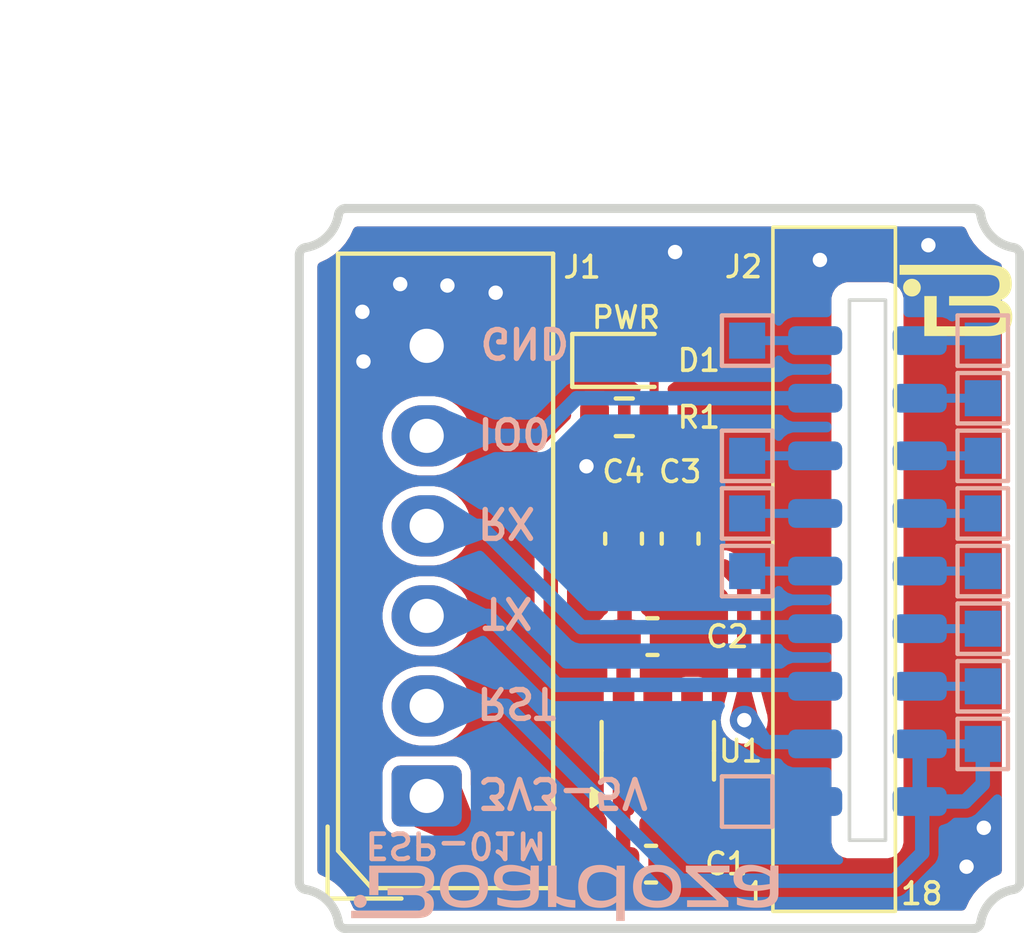
<source format=kicad_pcb>
(kicad_pcb (version 20240108) (generator "pcbnew") (generator_version "8.0")
  (layers (0 "F.Cu" signal) (31 "B.Cu" signal) (34 "B.Paste" user) (35 "F.Paste" user) (36 "B.SilkS" user "B.Silkscreen") (37 "F.SilkS" user "F.Silkscreen") (38 "B.Mask" user) (39 "F.Mask" user) (44 "Edge.Cuts" user))
  (net 0 "")
  (net 1 "GND")
  (net 2 "+5V")
  (net 3 "+3.3V")
  (net 4 "Net-(D1-A)")
  (net 6 "/TX")
  (net 7 "/RX")
  (net 8 "/IO0")
  (net 9 "/IO13")
  (net 10 "/IO15")
  (net 11 "/IO2")
  (net 12 "/EN")
  (net 13 "/IO4")
  (net 14 "/IO9")
  (net 15 "/IO10")
  (net 16 "/IO5")
  (net 17 "/IO12")
  (net 18 "/IO14")
  (net 19 "/ADC")
  (net 20 "/IO16")
  (footprint "ConnectorsBoardoza:2317-06S_1x06_P2.50mm_Vertical" (layer "F.Cu") (at 131.275 92.495 90)
    (property "Reference" "J1")
    (property "Value" "Conn_01x06" (hide yes))
  )
  (footprint "Capacitor_SMD:C_0603_1608Metric" (layer "F.Cu") (at 138.31 85.35 -90)
    (property "Reference" "C3")
    (property "Value" "10uF" (hide yes))
  )
  (footprint "LED_SMD:LED_0603_1608Metric" (layer "F.Cu") (at 136.8 80.4)
    (property "Reference" "D1")
    (property "Value" "RED" (hide yes))
  )
  (footprint "Capacitor_SMD:C_0603_1608Metric" (layer "F.Cu") (at 137.5025 94.39)
    (property "Reference" "C1")
    (property "Value" "1uF" (hide yes))
  )
  (footprint "Resistor_SMD:R_0603_1608Metric" (layer "F.Cu") (at 136.76 81.98)
    (property "Reference" "R1")
    (property "Value" "330R" (hide yes))
  )
  (footprint "Capacitor_SMD:C_0603_1608Metric" (layer "F.Cu") (at 136.74 85.35 -90)
    (property "Reference" "C4")
    (property "Value" "100nF" (hide yes))
  )
  (footprint "Capacitor_SMD:C_0603_1608Metric" (layer "F.Cu") (at 137.5425 88.07)
    (property "Reference" "C2")
    (property "Value" "1uF" (hide yes))
  )
  (footprint "Connector_Samtec_HLE_SMD:Samtec_HLE-109-02-xxx-DV-BE-A_2x09_P2.54mm_Horizontal" (layer "F.Cu") (at 143.135 84.85)
    (property "Reference" "J2")
    (property "Value" "Conn_02x09_Counter_Clockwise" (hide yes))
    (fp_rect (start -0.125 -6.125) (end 0.875 8.875) (stroke (width 0.1)) (fill none) (layer "Edge.Cuts"))
  )
  (footprint "Package_TO_SOT_SMD:SOT-23-5" (layer "F.Cu") (at 137.69 91.24 90)
    (property "Reference" "U1")
    (property "Value" "AP2112K-3.3TRG1" (hide yes))
  )
  (footprint "TestPoint:TestPoint_Pad_1.0x1.0mm" (layer "B.Cu") (at 146.71 87.85 180)
    (property "Reference" "TP10" (hide yes))
    (property "Value" "TestPoint" (hide yes))
  )
  (footprint "TestPoint:TestPoint_Pad_1.0x1.0mm" (layer "B.Cu") (at 146.71 84.65 180)
    (property "Reference" "TP8" (hide yes))
    (property "Value" "TestPoint" (hide yes))
  )
  (footprint "TestPoint:TestPoint_Pad_1.0x1.0mm" (layer "B.Cu") (at 146.71 91.05 180)
    (property "Reference" "TP12" (hide yes))
    (property "Value" "TestPoint" (hide yes))
  )
  (footprint "TestPoint:TestPoint_Pad_1.0x1.0mm" (layer "B.Cu") (at 146.71 81.45 180)
    (property "Reference" "TP6" (hide yes))
    (property "Value" "TestPoint" (hide yes))
  )
  (footprint "TestPoint:TestPoint_Pad_1.0x1.0mm" (layer "B.Cu") (at 146.71 83.05 180)
    (property "Reference" "TP7" (hide yes))
    (property "Value" "TestPoint" (hide yes))
  )
  (footprint "TestPoint:TestPoint_Pad_1.0x1.0mm" (layer "B.Cu") (at 140.17 92.65 180)
    (property "Reference" "TP13" (hide yes))
    (property "Value" "TestPoint" (hide yes))
  )
  (footprint "TestPoint:TestPoint_Pad_1.0x1.0mm" (layer "B.Cu") (at 146.71 89.45 180)
    (property "Reference" "TP11" (hide yes))
    (property "Value" "TestPoint" (hide yes))
  )
  (footprint "TestPoint:TestPoint_Pad_1.0x1.0mm" (layer "B.Cu") (at 146.71 79.85 180)
    (property "Reference" "TP5" (hide yes))
    (property "Value" "TestPoint" (hide yes))
  )
  (footprint "TestPoint:TestPoint_Pad_1.0x1.0mm" (layer "B.Cu") (at 140.17 83.05 180)
    (property "Reference" "TP3" (hide yes))
    (property "Value" "TestPoint" (hide yes))
  )
  (footprint "TestPoint:TestPoint_Pad_1.0x1.0mm" (layer "B.Cu") (at 140.17 86.25 180)
    (property "Reference" "TP1" (hide yes))
    (property "Value" "TestPoint" (hide yes))
  )
  (footprint "TestPoint:TestPoint_Pad_1.0x1.0mm" (layer "B.Cu") (at 140.17 84.65 180)
    (property "Reference" "TP2" (hide yes))
    (property "Value" "TestPoint" (hide yes))
  )
  (footprint "TestPoint:TestPoint_Pad_1.0x1.0mm" (layer "B.Cu") (at 146.71 86.25 180)
    (property "Reference" "TP9" (hide yes))
    (property "Value" "TestPoint" (hide yes))
  )
  (footprint "TestPoint:TestPoint_Pad_1.0x1.0mm" (layer "B.Cu") (at 140.17 79.85 180)
    (property "Reference" "TP4" (hide yes))
    (property "Value" "TestPoint" (hide yes))
  )
  (gr_poly (pts (xy 131.043836 95.888216) (xy 131.096504 95.884528) (xy 131.146141 95.87822) (xy 131.192658 95.869159) (xy 131.235966 95.857216) (xy 131.256389 95.850121) (xy 131.275976 95.842257) (xy 131.294716 95.833605) (xy 131.312598 95.824151) (xy 131.329611 95.813876) (xy 131.345744 95.802766) (xy 131.360985 95.790802) (xy 131.375324 95.77797) (xy 131.388749 95.764252) (xy 131.40125 95.749632) (xy 131.412814 95.734093) (xy 131.423431 95.71762) (xy 131.43309 95.700195) (xy 131.441779 95.681801) (xy 131.449488 95.662424) (xy 131.456206 95.642046) (xy 131.46192 95.62065) (xy 131.46662 95.59822) (xy 131.470296 95.57474) (xy 131.472935 95.550193) (xy 131.474526 95.524563) (xy 131.475059 95.497834) (xy 131.474752 95.480237) (xy 131.47384 95.463161) (xy 131.472338 95.446601) (xy 131.470264 95.430551) (xy 131.467631 95.415004) (xy 131.464455 95.399956) (xy 131.460752 95.3854) (xy 131.456538 95.37133) (xy 131.451828 95.35774) (xy 131.446637 95.344626) (xy 131.440981 95.33198) (xy 131.434876 95.319798) (xy 131.428336 95.308073) (xy 131.421378 95.296799) (xy 131.406268 95.275584) (xy 131.389669 95.256104) (xy 131.371706 95.238314) (xy 131.352504 95.222168) (xy 131.332184 95.207618) (xy 131.310873 95.194619) (xy 131.288694 95.183124) (xy 131.26577 95.173086) (xy 131.242226 95.164458) (xy 131.255029 95.161489) (xy 131.267633 95.158039) (xy 131.280023 95.154106) (xy 131.292187 95.149689) (xy 131.30411 95.144788) (xy 131.31578 95.139401) (xy 131.327182 95.133529) (xy 131.338303 95.127168) (xy 131.349129 95.12032) (xy 131.359648 95.112982) (xy 131.369844 95.105154) (xy 131.379706 95.096834) (xy 131.389218 95.088023) (xy 131.398369 95.078718) (xy 131.407143 95.068919) (xy 131.415528 95.058625) (xy 131.42351 95.047834) (xy 131.431075 95.036547) (xy 131.43821 95.024762) (xy 131.444901 95.012478) (xy 131.451135 94.999693) (xy 131.456897 94.986408) (xy 131.462176 94.972621) (xy 131.466956 94.958331) (xy 131.471225 94.943537) (xy 131.474969 94.928239) (xy 131.478174 94.912434) (xy 131.480826 94.896123) (xy 131.482913 94.879304) (xy 131.48442 94.861976) (xy 131.485335 94.844139) (xy 131.485642 94.825791) (xy 131.485132 94.800218) (xy 131.483601 94.775582) (xy 131.481056 94.751875) (xy 131.477498 94.729089) (xy 131.472933 94.707216) (xy 131.467365 94.686247) (xy 131.460796 94.666175) (xy 131.453231 94.646991) (xy 131.444674 94.628686) (xy 131.435129 94.611253) (xy 131.424599 94.594683) (xy 131.413089 94.578969) (xy 131.400602 94.564101) (xy 131.387142 94.550072) (xy 131.372713 94.536873) (xy 131.35732 94.524497) (xy 131.340965 94.512934) (xy 131.323652 94.502177) (xy 131.305387 94.492218) (xy 131.286172 94.483047) (xy 131.266011 94.474658) (xy 131.244908 94.467041) (xy 131.222867 94.460189) (xy 131.199893 94.454093) (xy 131.175988 94.448745) (xy 131.151157 94.444137) (xy 131.125403 94.44026) (xy 131.098731 94.437107) (xy 131.042646 94.432937) (xy 130.982934 94.431562) (xy 129.681185 94.431562) (xy 129.681185 95.249125) (xy 129.935185 95.249125) (xy 129.935185 94.63) (xy 130.969705 94.63) (xy 131.000552 94.63078) (xy 131.029578 94.633142) (xy 131.056758 94.637116) (xy 131.082071 94.642733) (xy 131.094019 94.646168) (xy 131.105492 94.650025) (xy 131.116486 94.654308) (xy 131.126998 94.659021) (xy 131.137026 94.664169) (xy 131.146567 94.669755) (xy 131.155617 94.675782) (xy 131.164174 94.682255) (xy 131.172235 94.689178) (xy 131.179797 94.696554) (xy 131.186857 94.704388) (xy 131.193413 94.712682) (xy 131.19946 94.721442) (xy 131.204997 94.730671) (xy 131.210021 94.740373) (xy 131.214528 94.750551) (xy 131.218515 94.76121) (xy 131.221981 94.772353) (xy 131.224921 94.783985) (xy 131.227333 94.796109) (xy 131.229214 94.808729) (xy 131.230561 94.821849) (xy 131.231372 94.835473) (xy 131.231643 94.849604) (xy 131.23141 94.863698) (xy 131.230713 94.877211) (xy 131.229552 94.890153) (xy 131.227927 94.902531) (xy 131.225839 94.914356) (xy 131.223289 94.925634) (xy 131.220276 94.936376) (xy 131.216801 94.94659) (xy 131.212866 94.956285) (xy 131.208469 94.965469) (xy 131.203612 94.974151) (xy 131.198296 94.98234) (xy 131.19252 94.990045) (xy 131.186286 94.997273) (xy 131.179593 95.004035) (xy 131.172442 95.010339) (xy 131.164834 95.016192) (xy 131.156769 95.021605) (xy 131.148248 95.026586) (xy 131.139271 95.031144) (xy 131.129839 95.035286) (xy 131.119951 95.039023) (xy 131.109609 95.042363) (xy 131.098814 95.045313) (xy 131.087564 95.047885) (xy 131.075862 95.050085) (xy 131.051101 95.053406) (xy 131.024533 95.055348) (xy 130.996164 95.05598) (xy 130.189184 95.05598) (xy 130.189184 95.249125) (xy 130.948539 95.249125) (xy 130.978632 95.249908) (xy 131.007346 95.252293) (xy 131.034603 95.256328) (xy 131.060325 95.262065) (xy 131.072586 95.265587) (xy 131.084435 95.269553) (xy 131.095861 95.27397) (xy 131.106854 95.278844) (xy 131.117406 95.284181) (xy 131.127507 95.289987) (xy 131.137146 95.29627) (xy 131.146315 95.303034) (xy 131.155002 95.310286) (xy 131.1632 95.318033) (xy 131.170897 95.326282) (xy 131.178085 95.335037) (xy 131.184754 95.344306) (xy 131.190893 95.354095) (xy 131.196494 95.364409) (xy 131.201546 95.375257) (xy 131.206041 95.386643) (xy 131.209967 95.398574) (xy 131.213316 95.411056) (xy 131.216078 95.424096) (xy 131.218243 95.4377) (xy 131.219801 95.451874) (xy 131.220743 95.466625) (xy 131.221059 95.481958) (xy 131.220804 95.495113) (xy 131.220041 95.507791) (xy 131.218772 95.519997) (xy 131.217003 95.531733) (xy 131.214735 95.543004) (xy 131.211973 95.553814) (xy 131.208719 95.564167) (xy 131.204978 95.574066) (xy 131.200752 95.583516) (xy 131.196045 95.59252) (xy 131.19086 95.601082) (xy 131.185201 95.609206) (xy 131.179071 95.616896) (xy 131.172474 95.624156) (xy 131.165412 95.63099) (xy 131.15789 95.637401) (xy 131.149911 95.643394) (xy 131.141477 95.648971) (xy 131.132593 95.654138) (xy 131.123262 95.658898) (xy 131.113487 95.663255) (xy 131.103271 95.667213) (xy 131.092619 95.670776) (xy 131.081533 95.673947) (xy 131.070017 95.67673) (xy 131.058074 95.67913) (xy 131.045707 95.68115) (xy 131.032921 95.682794) (xy 131.006101 95.684969) (xy 130.977643 95.685687) (xy 129.178476 95.685687) (xy 129.178476 95.889417) (xy 130.988226 95.889417)) (fill solid) (layer "B.SilkS"))
  (gr_poly (pts (xy 140.431205 95.601019) (xy 140.509111 95.599495) (xy 140.545866 95.597586) (xy 140.581175 95.594906) (xy 140.615053 95.591453) (xy 140.647512 95.587224) (xy 140.678567 95.582214) (xy 140.708232 95.576421) (xy 140.736522 95.569842) (xy 140.763449 95.562472) (xy 140.789029 95.554308) (xy 140.813275 95.545348) (xy 140.836201 95.535587) (xy 140.857822 95.525023) (xy 140.878151 95.513652) (xy 140.897203 95.50147) (xy 140.914991 95.488474) (xy 140.931529 95.47466) (xy 140.946832 95.460026) (xy 140.960914 95.444569) (xy 140.973789 95.428283) (xy 140.98547 95.411167) (xy 140.995973 95.393216) (xy 141.00531 95.374428) (xy 141.013496 95.354799) (xy 141.020544 95.334325) (xy 141.02647 95.313004) (xy 141.031287 95.290831) (xy 141.035009 95.267804) (xy 141.037651 95.243918) (xy 141.039225 95.219172) (xy 141.039747 95.19356) (xy 141.039747 94.428915) (xy 140.812205 94.428915) (xy 140.812205 94.571791) (xy 140.790038 94.557304) (xy 140.765344 94.542712) (xy 140.738325 94.52816) (xy 140.709182 94.513789) (xy 140.678117 94.499744) (xy 140.645331 94.486168) (xy 140.611025 94.473204) (xy 140.575402 94.460996) (xy 140.538663 94.449688) (xy 140.501009 94.439422) (xy 140.462642 94.430341) (xy 140.423763 94.422591) (xy 140.384574 94.416312) (xy 140.345277 94.411651) (xy 140.306073 94.408748) (xy 140.267163 94.407749) (xy 140.223881 94.408712) (xy 140.18061 94.411733) (xy 140.137735 94.41701) (xy 140.095639 94.42474) (xy 140.075002 94.429587) (xy 140.054705 94.435121) (xy 140.034794 94.441368) (xy 140.015318 94.448351) (xy 139.996324 94.456096) (xy 139.977861 94.464627) (xy 139.959976 94.473969) (xy 139.942718 94.484147) (xy 139.926134 94.495186) (xy 139.910272 94.507109) (xy 139.895181 94.519942) (xy 139.880908 94.53371) (xy 139.867501 94.548437) (xy 139.855008 94.564148) (xy 139.843477 94.580868) (xy 139.832957 94.598621) (xy 139.823495 94.617432) (xy 139.815138 94.637326) (xy 139.807936 94.658328) (xy 139.801936 94.680461) (xy 139.797185 94.703752) (xy 139.793733 94.728224) (xy 139.791626 94.753903) (xy 139.790983 94.778166) (xy 140.03433 94.778166) (xy 140.034632 94.766686) (xy 140.035537 94.755563) (xy 140.037042 94.744798) (xy 140.039146 94.734391) (xy 140.041847 94.724342) (xy 140.045143 94.714652) (xy 140.049032 94.705322) (xy 140.053512 94.696352) (xy 140.058581 94.687742) (xy 140.064238 94.679493) (xy 140.070479 94.671606) (xy 140.077304 94.66408) (xy 140.08471 94.656917) (xy 140.092696 94.650116) (xy 140.101259 94.643679) (xy 140.110398 94.637606) (xy 140.130394 94.626553) (xy 140.152669 94.616961) (xy 140.177208 94.608835) (xy 140.203994 94.602177) (xy 140.233013 94.596992) (xy 140.264249 94.593283) (xy 140.297686 94.591055) (xy 140.33331 94.590312) (xy 140.363944 94.590987) (xy 140.395203 94.592984) (xy 140.426903 94.596259) (xy 140.458863 94.600771) (xy 140.4909 94.606477) (xy 140.522833 94.613334) (xy 140.554479 94.621299) (xy 140.585656 94.63033) (xy 140.616182 94.640384) (xy 140.645875 94.651419) (xy 140.674552 94.663392) (xy 140.702031 94.67626) (xy 140.728131 94.689981) (xy 140.752669 94.704512) (xy 140.775463 94.71981) (xy 140.796331 94.735833) (xy 140.796331 94.939562) (xy 140.75484 94.946471) (xy 140.709969 94.953163) (xy 140.662059 94.959421) (xy 140.611453 94.965028) (xy 140.558489 94.969767) (xy 140.503511 94.97342) (xy 140.446858 94.975771) (xy 140.388872 94.976603) (xy 140.34434 94.976061) (xy 140.302991 94.974371) (xy 140.264781 94.971441) (xy 140.246839 94.969482) (xy 140.229667 94.967178) (xy 140.213258 94.964517) (xy 140.197608 94.961488) (xy 140.18271 94.958079) (xy 140.16856 94.954279) (xy 140.155152 94.950076) (xy 140.14248 94.945458) (xy 140.130541 94.940414) (xy 140.119327 94.934931) (xy 140.108835 94.929) (xy 140.099058 94.922607) (xy 140.089991 94.915741) (xy 140.081629 94.90839) (xy 140.073967 94.900544) (xy 140.066999 94.89219) (xy 140.06072 94.883316) (xy 140.055125 94.873912) (xy 140.050207 94.863965) (xy 140.045963 94.853463) (xy 140.042386 94.842396) (xy 140.039472 94.830752) (xy 140.037214 94.818518) (xy 140.035608 94.805683) (xy 140.034649 94.792237) (xy 140.03433 94.778166) (xy 139.790983 94.778166) (xy 139.790913 94.780812) (xy 139.791636 94.807668) (xy 139.793784 94.833192) (xy 139.797325 94.857414) (xy 139.802225 94.880367) (xy 139.808453 94.902081) (xy 139.815976 94.922588) (xy 139.824761 94.94192) (xy 139.834776 94.960109) (xy 139.845989 94.977184) (xy 139.858367 94.993179) (xy 139.871878 95.008125) (xy 139.886489 95.022053) (xy 139.902168 95.034994) (xy 139.918882 95.046981) (xy 139.936598 95.058044) (xy 139.955286 95.068216) (xy 139.995442 95.086008) (xy 140.039089 95.100611) (xy 140.08597 95.112277) (xy 140.135823 95.121256) (xy 140.188388 95.127802) (xy 140.243408 95.132165) (xy 140.300621 95.134598) (xy 140.359767 95.135353) (xy 140.421836 95.134268) (xy 140.482757 95.131137) (xy 140.542128 95.126145) (xy 140.599546 95.119479) (xy 140.654607 95.111324) (xy 140.706909 95.101868) (xy 140.756048 95.091295) (xy 140.801621 95.079791) (xy 140.801621 95.182978) (xy 140.800389 95.210268) (xy 140.796598 95.235601) (xy 140.79011 95.259003) (xy 140.785811 95.269989) (xy 140.780785 95.280502) (xy 140.775015 95.290547) (xy 140.768484 95.300126) (xy 140.761173 95.309243) (xy 140.753066 95.317901) (xy 140.744145 95.326103) (xy 140.734393 95.333854) (xy 140.723792 95.341156) (xy 140.712325 95.348012) (xy 140.686722 95.360404) (xy 140.657444 95.371055) (xy 140.624353 95.379993) (xy 140.587309 95.387245) (xy 140.546172 95.392839) (xy 140.500803 95.3968) (xy 140.451062 95.399157) (xy 140.396809 95.399937) (xy 140.362094 95.399478) (xy 140.327444 95.398128) (xy 140.292926 95.395926) (xy 140.258606 95.392909) (xy 140.224549 95.389117) (xy 140.190822 95.384589) (xy 140.15749 95.379363) (xy 140.124619 95.373479) (xy 140.092275 95.366974) (xy 140.060525 95.359888) (xy 140.029433 95.352259) (xy 139.999066 95.344126) (xy 139.96949 95.335528) (xy 139.94077 95.326504) (xy 139.912972 95.317093) (xy 139.886163 95.307332) (xy 139.886163 95.513708) (xy 139.910016 95.522973) (xy 139.935845 95.531893) (xy 139.963519 95.540433) (xy 139.992906 95.548558) (xy 140.056293 95.563426) (xy 140.12495 95.576216) (xy 140.197824 95.586649) (xy 140.273861 95.594447) (xy 140.352006 95.59933) (xy 140.431205 95.60102)) (fill solid) (layer "B.SilkS"))
  (gr_poly (pts (xy 136.774663 94.431562) (xy 136.547123 94.431562) (xy 136.547123 94.5665) (xy 136.526605 94.550358) (xy 136.504774 94.534724) (xy 136.481679 94.519671) (xy 136.457371 94.505273) (xy 136.4319 94.491604) (xy 136.405317 94.478737) (xy 136.377672 94.466747) (xy 136.349016 94.455705) (xy 136.319398 94.445687) (xy 136.288869 94.436766) (xy 136.25748 94.429015) (xy 136.225281 94.422508) (xy 136.192323 94.417319) (xy 136.158655 94.413522) (xy 136.124328 94.411189) (xy 136.089393 94.410395) (xy 136.05273 94.411015) (xy 136.017156 94.412871) (xy 135.982677 94.415961) (xy 135.949298 94.420281) (xy 135.917024 94.425828) (xy 135.885859 94.432598) (xy 135.855808 94.440587) (xy 135.826877 94.449793) (xy 135.799069 94.460213) (xy 135.77239 94.471842) (xy 135.746845 94.484677) (xy 135.722439 94.498715) (xy 135.699175 94.513953) (xy 135.67706 94.530387) (xy 135.656098 94.548014) (xy 135.636294 94.56683) (xy 135.617653 94.586832) (xy 135.600179 94.608017) (xy 135.583877 94.630381) (xy 135.568753 94.65392) (xy 135.554811 94.678632) (xy 135.542056 94.704513) (xy 135.530492 94.73156) (xy 135.520126 94.759769) (xy 135.51096 94.789137) (xy 135.503001 94.81966) (xy 135.496254 94.851336) (xy 135.490722 94.884159) (xy 135.486411 94.918129) (xy 135.483326 94.95324) (xy 135.481471 94.98949) (xy 135.480983 95.018937) (xy 135.724268 95.018937) (xy 135.725764 94.972473) (xy 135.730283 94.92839) (xy 135.73369 94.907267) (xy 135.737871 94.886771) (xy 135.742831 94.866912) (xy 135.748576 94.847702) (xy 135.755112 94.829151) (xy 135.762443 94.811269) (xy 135.770578 94.794067) (xy 135.77952 94.777557) (xy 135.789276 94.761747) (xy 135.799852 94.74665) (xy 135.811253 94.732276) (xy 135.823486 94.718635) (xy 135.836556 94.705739) (xy 135.850469 94.693597) (xy 135.865231 94.68222) (xy 135.880847 94.67162) (xy 135.897324 94.661806) (xy 135.914667 94.65279) (xy 135.932882 94.644582) (xy 135.951975 94.637193) (xy 135.971951 94.630633) (xy 135.992817 94.624914) (xy 136.014578 94.620045) (xy 136.037241 94.616037) (xy 136.06081 94.612901) (xy 136.085292 94.610648) (xy 136.110693 94.609289) (xy 136.137018 94.608833) (xy 136.165718 94.609508) (xy 136.194224 94.6115) (xy 136.222467 94.614763) (xy 136.250376 94.619251) (xy 136.277882 94.624917) (xy 136.304915 94.631715) (xy 136.331406 94.639599) (xy 136.357284 94.648521) (xy 136.38248 94.658435) (xy 136.406924 94.669295) (xy 136.430547 94.681054) (xy 136.453278 94.693665) (xy 136.475048 94.707083) (xy 136.495787 94.72126) (xy 136.515425 94.736151) (xy 136.533893 94.751708) (xy 136.536539 94.751708) (xy 136.536539 95.257062) (xy 136.515366 95.274422) (xy 136.493534 95.290775) (xy 136.471066 95.306105) (xy 136.447986 95.320396) (xy 136.424317 95.333633) (xy 136.400082 95.3458) (xy 136.375305 95.356882) (xy 136.350008 95.366864) (xy 136.324215 95.375729) (xy 136.297949 95.383462) (xy 136.271234 95.390048) (xy 136.244092 95.395471) (xy 136.216547 95.399717) (xy 136.188623 95.402768) (xy 136.160341 95.40461) (xy 136.131727 95.405228) (xy 136.085729 95.403913) (xy 136.042052 95.399916) (xy 136.021113 95.396887) (xy 136.000787 95.393159) (xy 135.981086 95.388722) (xy 135.962021 95.383565) (xy 135.943603 95.37768) (xy 135.925844 95.371057) (xy 135.908754 95.363686) (xy 135.892345 95.355557) (xy 135.876628 95.34666) (xy 135.861614 95.336987) (xy 135.847314 95.326527) (xy 135.833739 95.31527) (xy 135.8209 95.303207) (xy 135.80881 95.290328) (xy 135.797477 95.276624) (xy 135.786915 95.262085) (xy 135.777133 95.2467) (xy 135.768144 95.230461) (xy 135.759958 95.213358) (xy 135.752586 95.195381) (xy 135.74604 95.17652) (xy 135.74033 95.156766) (xy 135.735469 95.136108) (xy 135.731466 95.114538) (xy 135.728333 95.092046) (xy 135.726082 95.068621) (xy 135.724723 95.044255) (xy 135.724268 95.018937) (xy 135.480983 95.018937) (xy 135.480852 95.026874) (xy 135.481546 95.064145) (xy 135.483616 95.100063) (xy 135.487043 95.134639) (xy 135.491807 95.167884) (xy 135.497889 95.199809) (xy 135.505269 95.230426) (xy 135.513928 95.259745) (xy 135.523846 95.287778) (xy 135.535005 95.314536) (xy 135.547385 95.34003) (xy 135.560966 95.364272) (xy 135.575729 95.387271) (xy 135.591655 95.40904) (xy 135.608725 95.42959) (xy 135.626918 95.448931) (xy 135.646216 95.467075) (xy 135.666599 95.484033) (xy 135.688048 95.499817) (xy 135.710543 95.514436) (xy 135.734066 95.527903) (xy 135.758596 95.540229) (xy 135.784114 95.551425) (xy 135.810602 95.561501) (xy 135.838039 95.570469) (xy 135.866406 95.578341) (xy 135.895684 95.585127) (xy 135.956895 95.595486) (xy 136.021516 95.601636) (xy 136.089393 95.603666) (xy 136.124151 95.602902) (xy 136.157978 95.600653) (xy 136.190875 95.596986) (xy 136.222842 95.591967) (xy 136.253879 95.58566) (xy 136.283986 95.578133) (xy 136.313162 95.56945) (xy 136.341409 95.559679) (xy 136.368725 95.548885) (xy 136.395111 95.537133) (xy 136.420567 95.524489) (xy 136.445092 95.51102) (xy 136.468688 95.496792) (xy 136.491353 95.48187) (xy 136.513088 95.46632) (xy 136.533893 95.450208) (xy 136.533893 95.966145) (xy 136.774663 95.966145)) (fill solid) (layer "B.SilkS"))
  (gr_poly (pts (xy 129.439089 95.600787) (xy 129.448226 95.600092) (xy 129.45723 95.598948) (xy 129.46609 95.597365) (xy 129.474795 95.595356) (xy 129.483332 95.592932) (xy 129.491692 95.590103) (xy 129.499862 95.586882) (xy 129.507832 95.583279) (xy 129.51559 95.579306) (xy 129.523124 95.574973) (xy 129.530424 95.570294) (xy 129.537478 95.565278) (xy 129.544274 95.559936) (xy 129.550803 95.554281) (xy 129.557051 95.548324) (xy 129.563008 95.542076) (xy 129.568663 95.535548) (xy 129.574004 95.528751) (xy 129.579021 95.521697) (xy 129.5837 95.514397) (xy 129.588032 95.506863) (xy 129.592006 95.499105) (xy 129.595609 95.491136) (xy 129.59883 95.482965) (xy 129.601659 95.474606) (xy 129.604083 95.466068) (xy 129.606092 95.457363) (xy 129.607674 95.448503) (xy 129.608819 95.439499) (xy 129.609513 95.430362) (xy 129.609747 95.421104) (xy 129.609513 95.411845) (xy 129.608819 95.402708) (xy 129.607674 95.393704) (xy 129.606092 95.384844) (xy 129.604083 95.37614) (xy 129.601659 95.367602) (xy 129.59883 95.359243) (xy 129.595609 95.351072) (xy 129.592006 95.343103) (xy 129.588032 95.335345) (xy 129.5837 95.327811) (xy 129.579021 95.320511) (xy 129.574004 95.313457) (xy 129.568663 95.30666) (xy 129.563008 95.300132) (xy 129.557051 95.293884) (xy 129.550803 95.287927) (xy 129.544274 95.282272) (xy 129.537478 95.276931) (xy 129.530424 95.271914) (xy 129.523124 95.267235) (xy 129.51559 95.262902) (xy 129.507832 95.258929) (xy 129.499862 95.255326) (xy 129.491692 95.252105) (xy 129.483332 95.249276) (xy 129.474795 95.246852) (xy 129.46609 95.244843) (xy 129.45723 95.24326) (xy 129.448226 95.242116) (xy 129.439089 95.241422) (xy 129.429831 95.241187) (xy 129.420572 95.241422) (xy 129.411435 95.242116) (xy 129.402431 95.24326) (xy 129.393571 95.244843) (xy 129.384867 95.246852) (xy 129.376329 95.249276) (xy 129.367969 95.252105) (xy 129.359799 95.255326) (xy 129.351829 95.258929) (xy 129.344072 95.262902) (xy 129.336537 95.267235) (xy 129.329237 95.271914) (xy 129.322184 95.276931) (xy 129.315387 95.282272) (xy 129.308859 95.287927) (xy 129.30261 95.293884) (xy 129.296653 95.300132) (xy 129.290998 95.30666) (xy 129.285657 95.313457) (xy 129.280641 95.320511) (xy 129.275961 95.327811) (xy 129.271629 95.335345) (xy 129.267656 95.343103) (xy 129.264053 95.351072) (xy 129.260831 95.359243) (xy 129.258003 95.367602) (xy 129.255578 95.37614) (xy 129.253569 95.384844) (xy 129.251987 95.393704) (xy 129.250843 95.402708) (xy 129.250148 95.411845) (xy 129.249914 95.421104) (xy 129.250148 95.430362) (xy 129.250843 95.439499) (xy 129.251987 95.448503) (xy 129.253569 95.457363) (xy 129.255578 95.466068) (xy 129.258003 95.474606) (xy 129.260831 95.482965) (xy 129.264053 95.491136) (xy 129.267656 95.499105) (xy 129.271629 95.506863) (xy 129.275961 95.514397) (xy 129.280641 95.521697) (xy 129.285657 95.528751) (xy 129.290998 95.535548) (xy 129.296653 95.542076) (xy 129.30261 95.548324) (xy 129.308859 95.554281) (xy 129.315387 95.559936) (xy 129.322184 95.565278) (xy 129.329237 95.570294) (xy 129.336537 95.574973) (xy 129.344072 95.579306) (xy 129.351829 95.583279) (xy 129.359799 95.586882) (xy 129.367969 95.590103) (xy 129.376329 95.592932) (xy 129.384867 95.595356) (xy 129.393571 95.597365) (xy 129.402431 95.598948) (xy 129.411435 95.600092) (xy 129.420572 95.600787) (xy 129.429831 95.601021)) (fill solid) (layer "B.SilkS"))
  (gr_poly (pts (xy 132.349293 95.600425) (xy 132.38883 95.598642) (xy 132.427107 95.595677) (xy 132.464121 95.591538) (xy 132.499869 95.58623) (xy 132.53435 95.57976) (xy 132.56756 95.572134) (xy 132.599497 95.563359) (xy 132.63016 95.55344) (xy 132.659545 95.542384) (xy 132.68765 95.530197) (xy 132.714472 95.516886) (xy 132.74001 95.502457) (xy 132.764261 95.486916) (xy 132.787222 95.470269) (xy 132.80889 95.452523) (xy 132.829265 95.433684) (xy 132.848342 95.413759) (xy 132.86612 95.392753) (xy 132.882596 95.370673) (xy 132.897769 95.347525) (xy 132.911634 95.323316) (xy 132.924191 95.298052) (xy 132.935436 95.271738) (xy 132.945367 95.244383) (xy 132.953982 95.21599) (xy 132.961278 95.186568) (xy 132.967253 95.156123) (xy 132.971904 95.12466) (xy 132.97523 95.092185) (xy 132.977227 95.058706) (xy 132.977893 95.024229) (xy 132.977227 94.987543) (xy 132.97523 94.951903) (xy 132.971904 94.917317) (xy 132.967253 94.883793) (xy 132.961278 94.851339) (xy 132.953982 94.819963) (xy 132.945367 94.789671) (xy 132.935436 94.760473) (xy 132.924191 94.732375) (xy 132.911634 94.705386) (xy 132.897769 94.679513) (xy 132.882596 94.654763) (xy 132.86612 94.631146) (xy 132.848342 94.608668) (xy 132.829265 94.587337) (xy 132.80889 94.567162) (xy 132.787222 94.548148) (xy 132.764261 94.530306) (xy 132.74001 94.513642) (xy 132.714472 94.498163) (xy 132.68765 94.483878) (xy 132.659545 94.470795) (xy 132.63016 94.458921) (xy 132.599497 94.448264) (xy 132.56756 94.438832) (xy 132.53435 94.430632) (xy 132.499869 94.423673) (xy 132.464121 94.417961) (xy 132.427107 94.413505) (xy 132.38883 94.410313) (xy 132.308497 94.40775) (xy 132.267709 94.4084) (xy 132.228194 94.410342) (xy 132.189953 94.413569) (xy 132.152987 94.41807) (xy 132.117299 94.423836) (xy 132.082889 94.430859) (xy 132.049759 94.439129) (xy 132.01791 94.448636) (xy 131.987344 94.459372) (xy 131.958063 94.471328) (xy 131.930067 94.484494) (xy 131.903359 94.49886) (xy 131.877939 94.514419) (xy 131.85381 94.53116) (xy 131.830972 94.549075) (xy 131.809427 94.568153) (xy 131.789176 94.588387) (xy 131.770222 94.609766) (xy 131.752565 94.632282) (xy 131.736206 94.655926) (xy 131.721148 94.680687) (xy 131.707392 94.706557) (xy 131.694939 94.733528) (xy 131.683791 94.761588) (xy 131.673949 94.79073) (xy 131.665414 94.820945) (xy 131.658189 94.852222) (xy 131.652274 94.884552) (xy 131.64767 94.917928) (xy 131.644381 94.952338) (xy 131.642406 94.987775) (xy 131.641747 95.024229) (xy 131.879872 95.024229) (xy 131.880305 94.999278) (xy 131.881604 94.97503) (xy 131.883766 94.951492) (xy 131.886786 94.928669) (xy 131.890663 94.906566) (xy 131.895394 94.885191) (xy 131.900976 94.864548) (xy 131.907405 94.844643) (xy 131.914679 94.825482) (xy 131.922796 94.807071) (xy 131.931751 94.789416) (xy 131.941543 94.772523) (xy 131.952168 94.756397) (xy 131.963623 94.741044) (xy 131.975905 94.726471) (xy 131.989013 94.712682) (xy 132.002942 94.699683) (xy 132.017689 94.687482) (xy 132.033253 94.676082) (xy 132.049629 94.665491) (xy 132.066816 94.655713) (xy 132.084809 94.646756) (xy 132.103607 94.638623) (xy 132.123206 94.631322) (xy 132.143604 94.624859) (xy 132.164797 94.619238) (xy 132.186782 94.614466) (xy 132.209557 94.610549) (xy 132.233119 94.607492) (xy 132.257465 94.605301) (xy 132.282592 94.603982) (xy 132.308497 94.603541) (xy 132.334402 94.604012) (xy 132.359529 94.605417) (xy 132.383875 94.607744) (xy 132.407437 94.610983) (xy 132.430212 94.61512) (xy 132.452198 94.620145) (xy 132.473391 94.626046) (xy 132.493788 94.632811) (xy 132.513387 94.640428) (xy 132.532185 94.648887) (xy 132.550179 94.658175) (xy 132.567365 94.668281) (xy 132.583742 94.679193) (xy 132.599305 94.6909) (xy 132.614053 94.70339) (xy 132.627982 94.71665) (xy 132.641089 94.730671) (xy 132.653372 94.745439) (xy 132.664827 94.760944) (xy 132.675452 94.777174) (xy 132.685243 94.794116) (xy 132.694199 94.811761) (xy 132.702315 94.830095) (xy 132.709589 94.849107) (xy 132.716019 94.868786) (xy 132.7216 94.88912) (xy 132.726331 94.910098) (xy 132.730208 94.931707) (xy 132.733229 94.953936) (xy 132.73539 94.976774) (xy 132.736689 95.000209) (xy 132.737123 95.024229) (xy 132.736704 95.048135) (xy 132.735448 95.071238) (xy 132.733355 95.09354) (xy 132.730425 95.115045) (xy 132.726658 95.135755) (xy 132.722054 95.155674) (xy 132.716612 95.174804) (xy 132.710333 95.193149) (xy 132.703218 95.21071) (xy 132.695265 95.227492) (xy 132.686474 95.243496) (xy 132.676847 95.258726) (xy 132.666382 95.273185) (xy 132.655081 95.286875) (xy 132.642942 95.299801) (xy 132.629966 95.311963) (xy 132.616153 95.323366) (xy 132.601503 95.334012) (xy 132.586015 95.343904) (xy 132.56969 95.353046) (xy 132.552529 95.361439) (xy 132.53453 95.369087) (xy 132.515694 95.375993) (xy 132.49602 95.38216) (xy 132.47551 95.387591) (xy 132.454163 95.392287) (xy 132.408956 95.399492) (xy 132.360401 95.403798) (xy 132.308497 95.405228) (xy 132.256593 95.403915) (xy 132.208038 95.399926) (xy 132.185016 95.396908) (xy 132.162831 95.393194) (xy 132.141484 95.388777) (xy 132.120974 95.383648) (xy 132.1013 95.377798) (xy 132.082464 95.371219) (xy 132.064465 95.363901) (xy 132.047304 95.355836) (xy 132.030979 95.347015) (xy 132.015492 95.33743) (xy 132.000841 95.327072) (xy 131.987028 95.315932) (xy 131.974052 95.304001) (xy 131.961913 95.29127) (xy 131.950612 95.277732) (xy 131.940147 95.263377) (xy 131.93052 95.248196) (xy 131.92173 95.232181) (xy 131.913777 95.215323) (xy 131.906661 95.197613) (xy 131.900382 95.179043) (xy 131.894941 95.159604) (xy 131.890336 95.139287) (xy 131.886569 95.118083) (xy 131.883639 95.095985) (xy 131.881546 95.072982) (xy 131.88029 95.049066) (xy 131.879872 95.024229) (xy 131.641747 95.024229) (xy 131.642413 95.058474) (xy 131.64441 95.091749) (xy 131.647734 95.124048) (xy 131.652382 95.155363) (xy 131.658352 95.185685) (xy 131.665641 95.215008) (xy 131.674246 95.243322) (xy 131.684163 95.270622) (xy 131.695391 95.296898) (xy 131.707925 95.322143) (xy 131.721764 95.34635) (xy 131.736904 95.36951) (xy 131.753343 95.391616) (xy 131.771076 95.41266) (xy 131.790103 95.432634) (xy 131.810419 95.451531) (xy 131.832022 95.469342) (xy 131.854909 95.486061) (xy 131.879076 95.501679) (xy 131.904522 95.516188) (xy 131.931243 95.529581) (xy 131.959236 95.541851) (xy 131.988498 95.552988) (xy 132.019026 95.562986) (xy 132.050819 95.571837) (xy 132.083871 95.579533) (xy 132.118182 95.586066) (xy 132.153747 95.591429) (xy 132.22863 95.598612) (xy 132.308497 95.60102) (xy 132.308497 95.601021)) (fill solid) (layer "B.SilkS"))
  (gr_poly (pts (xy 137.70975 95.600425) (xy 137.749287 95.598642) (xy 137.787564 95.595677) (xy 137.824578 95.591538) (xy 137.860326 95.58623) (xy 137.894807 95.57976) (xy 137.928017 95.572134) (xy 137.959955 95.563359) (xy 137.990617 95.55344) (xy 138.020002 95.542384) (xy 138.048107 95.530197) (xy 138.07493 95.516886) (xy 138.100467 95.502457) (xy 138.124718 95.486916) (xy 138.147679 95.470269) (xy 138.169348 95.452523) (xy 138.189722 95.433684) (xy 138.208799 95.413759) (xy 138.226577 95.392753) (xy 138.243054 95.370673) (xy 138.258226 95.347525) (xy 138.272091 95.323316) (xy 138.284648 95.298052) (xy 138.295893 95.271738) (xy 138.305824 95.244383) (xy 138.314439 95.21599) (xy 138.321735 95.186568) (xy 138.32771 95.156123) (xy 138.332361 95.12466) (xy 138.335687 95.092185) (xy 138.337684 95.058706) (xy 138.33835 95.024229) (xy 138.337684 94.987543) (xy 138.335687 94.951903) (xy 138.332361 94.917317) (xy 138.32771 94.883793) (xy 138.321735 94.851339) (xy 138.314439 94.819963) (xy 138.305824 94.789671) (xy 138.295893 94.760473) (xy 138.284648 94.732375) (xy 138.272091 94.705386) (xy 138.258226 94.679513) (xy 138.243054 94.654763) (xy 138.226578 94.631146) (xy 138.2088 94.608668) (xy 138.189722 94.587337) (xy 138.169348 94.567162) (xy 138.147679 94.548148) (xy 138.124718 94.530306) (xy 138.100468 94.513642) (xy 138.07493 94.498163) (xy 138.048108 94.483878) (xy 138.020003 94.470795) (xy 137.990618 94.458921) (xy 137.959955 94.448264) (xy 137.928018 94.438832) (xy 137.894807 94.430632) (xy 137.860327 94.423673) (xy 137.824578 94.417961) (xy 137.787564 94.413505) (xy 137.749288 94.410313) (xy 137.668954 94.40775) (xy 137.628166 94.4084) (xy 137.588651 94.410342) (xy 137.55041 94.413569) (xy 137.513444 94.41807) (xy 137.477756 94.423836) (xy 137.443346 94.430859) (xy 137.410216 94.439129) (xy 137.378367 94.448636) (xy 137.347802 94.459372) (xy 137.31852 94.471328) (xy 137.290525 94.484494) (xy 137.263816 94.49886) (xy 137.238397 94.514419) (xy 137.214267 94.53116) (xy 137.191429 94.549075) (xy 137.169884 94.568153) (xy 137.149634 94.588387) (xy 137.130679 94.609766) (xy 137.113022 94.632282) (xy 137.096664 94.655926) (xy 137.081606 94.680687) (xy 137.06785 94.706557) (xy 137.055397 94.733528) (xy 137.044248 94.761588) (xy 137.034406 94.79073) (xy 137.025872 94.820945) (xy 137.018646 94.852222) (xy 137.012731 94.884552) (xy 137.008128 94.917928) (xy 137.004838 94.952338) (xy 137.002863 94.987775) (xy 137.002204 95.024229) (xy 137.24033 95.024229) (xy 137.240764 94.999278) (xy 137.242063 94.97503) (xy 137.244224 94.951492) (xy 137.247245 94.928669) (xy 137.251122 94.906566) (xy 137.255852 94.885191) (xy 137.261434 94.864548) (xy 137.267863 94.844643) (xy 137.275138 94.825482) (xy 137.283254 94.807071) (xy 137.292209 94.789416) (xy 137.302001 94.772523) (xy 137.312625 94.756397) (xy 137.324081 94.741044) (xy 137.336363 94.726471) (xy 137.34947 94.712682) (xy 137.363399 94.699683) (xy 137.378147 94.687482) (xy 137.39371 94.676082) (xy 137.410087 94.665491) (xy 137.427273 94.655713) (xy 137.445267 94.646756) (xy 137.464064 94.638623) (xy 137.483663 94.631322) (xy 137.504061 94.624859) (xy 137.525254 94.619238) (xy 137.547239 94.614466) (xy 137.570015 94.610549) (xy 137.593577 94.607492) (xy 137.617923 94.605301) (xy 137.643049 94.603982) (xy 137.668954 94.603541) (xy 137.694859 94.604012) (xy 137.719986 94.605417) (xy 137.744332 94.607744) (xy 137.767894 94.610983) (xy 137.790669 94.61512) (xy 137.812655 94.620145) (xy 137.833848 94.626046) (xy 137.854245 94.632811) (xy 137.873845 94.640428) (xy 137.892642 94.648887) (xy 137.910636 94.658175) (xy 137.927822 94.668281) (xy 137.944199 94.679193) (xy 137.959762 94.6909) (xy 137.97451 94.70339) (xy 137.988439 94.71665) (xy 138.001546 94.730671) (xy 138.013829 94.745439) (xy 138.025284 94.760944) (xy 138.035909 94.777174) (xy 138.0457 94.794116) (xy 138.054656 94.811761) (xy 138.062772 94.830095) (xy 138.070046 94.849107) (xy 138.076476 94.868786) (xy 138.082057 94.88912) (xy 138.086788 94.910098) (xy 138.090665 94.931707) (xy 138.093686 94.953936) (xy 138.095847 94.976774) (xy 138.097146 95.000209) (xy 138.09758 95.024229) (xy 138.097161 95.048135) (xy 138.095905 95.071238) (xy 138.093812 95.09354) (xy 138.090882 95.115045) (xy 138.087115 95.135755) (xy 138.082511 95.155674) (xy 138.077069 95.174804) (xy 138.07079 95.193149) (xy 138.063674 95.21071) (xy 138.055721 95.227492) (xy 138.046931 95.243496) (xy 138.037304 95.258726) (xy 138.026839 95.273185) (xy 138.015538 95.286875) (xy 138.003399 95.299801) (xy 137.990423 95.311963) (xy 137.97661 95.323366) (xy 137.96196 95.334012) (xy 137.946472 95.343904) (xy 137.930148 95.353046) (xy 137.912986 95.361439) (xy 137.894987 95.369087) (xy 137.876151 95.375993) (xy 137.856478 95.38216) (xy 137.835967 95.387591) (xy 137.81462 95.392287) (xy 137.769413 95.399492) (xy 137.720858 95.403798) (xy 137.668954 95.405228) (xy 137.617051 95.403915) (xy 137.568496 95.399926) (xy 137.545474 95.396908) (xy 137.523289 95.393194) (xy 137.501942 95.388777) (xy 137.481431 95.383648) (xy 137.461758 95.377798) (xy 137.442922 95.371219) (xy 137.424923 95.363901) (xy 137.407762 95.355836) (xy 137.391437 95.347015) (xy 137.37595 95.33743) (xy 137.361299 95.327072) (xy 137.347486 95.315932) (xy 137.33451 95.304001) (xy 137.322372 95.29127) (xy 137.31107 95.277732) (xy 137.300606 95.263377) (xy 137.290978 95.248196) (xy 137.282188 95.232181) (xy 137.274235 95.215323) (xy 137.267119 95.197613) (xy 137.260841 95.179043) (xy 137.255399 95.159604) (xy 137.250795 95.139287) (xy 137.247028 95.118083) (xy 137.244097 95.095985) (xy 137.242005 95.072982) (xy 137.240749 95.049066) (xy 137.24033 95.024229) (xy 137.002204 95.024229) (xy 137.002871 95.058474) (xy 137.004867 95.091749) (xy 137.008191 95.124048) (xy 137.012839 95.155363) (xy 137.01881 95.185685) (xy 137.026098 95.215008) (xy 137.034703 95.243322) (xy 137.044621 95.270622) (xy 137.055848 95.296898) (xy 137.068383 95.322143) (xy 137.082221 95.34635) (xy 137.097361 95.36951) (xy 137.1138 95.391616) (xy 137.131534 95.41266) (xy 137.15056 95.432634) (xy 137.170876 95.451531) (xy 137.192479 95.469342) (xy 137.215366 95.486061) (xy 137.239534 95.501679) (xy 137.264979 95.516188) (xy 137.2917 95.529581) (xy 137.319693 95.541851) (xy 137.348955 95.552988) (xy 137.379484 95.562986) (xy 137.411276 95.571837) (xy 137.444329 95.579533) (xy 137.478639 95.586066) (xy 137.514204 95.591429) (xy 137.589087 95.598612) (xy 137.668954 95.60102) (xy 137.668954 95.601021)) (fill solid) (layer "B.SilkS"))
  (gr_poly (pts (xy 135.401475 95.386708) (xy 135.355044 95.386069) (xy 135.310933 95.384206) (xy 135.269048 95.381196) (xy 135.22929 95.377116) (xy 135.191563 95.372044) (xy 135.15577 95.366058) (xy 135.121814 95.359234) (xy 135.089598 95.35165) (xy 135.059026 95.343385) (xy 135.03 95.334515) (xy 135.002424 95.325117) (xy 134.9762 95.31527) (xy 134.951232 95.305051) (xy 134.927422 95.294538) (xy 134.904675 95.283807) (xy 134.882893 95.272937) (xy 134.882893 94.428916) (xy 134.642122 94.428916) (xy 134.642122 95.579853) (xy 134.869664 95.579853) (xy 134.872309 95.577208) (xy 134.872309 95.460791) (xy 134.896972 95.475417) (xy 134.922394 95.489492) (xy 134.948653 95.502963) (xy 134.975827 95.515775) (xy 135.003994 95.527874) (xy 135.03323 95.539205) (xy 135.063613 95.549715) (xy 135.095221 95.559348) (xy 135.128131 95.568052) (xy 135.162421 95.575771) (xy 135.198168 95.582451) (xy 135.23545 95.588039) (xy 135.274344 95.592479) (xy 135.314928 95.595718) (xy 135.357279 95.597701) (xy 135.401475 95.598374)) (fill solid) (layer "B.SilkS"))
  (gr_poly (pts (xy 133.779581 95.601019) (xy 133.857486 95.599495) (xy 133.894241 95.597586) (xy 133.929551 95.594906) (xy 133.963428 95.591453) (xy 133.995887 95.587224) (xy 134.026942 95.582214) (xy 134.056608 95.576421) (xy 134.084897 95.569842) (xy 134.111824 95.562472) (xy 134.137404 95.554308) (xy 134.16165 95.545348) (xy 134.184576 95.535587) (xy 134.206197 95.525023) (xy 134.226526 95.513652) (xy 134.245578 95.50147) (xy 134.263366 95.488474) (xy 134.279905 95.47466) (xy 134.295208 95.460026) (xy 134.30929 95.444569) (xy 134.322164 95.428283) (xy 134.333846 95.411167) (xy 134.344348 95.393216) (xy 134.353685 95.374428) (xy 134.361871 95.354799) (xy 134.36892 95.334325) (xy 134.374846 95.313004) (xy 134.379663 95.290831) (xy 134.383385 95.267804) (xy 134.386026 95.243918) (xy 134.3876 95.219172) (xy 134.388122 95.19356) (xy 134.388122 94.428915) (xy 134.16058 94.428915) (xy 134.16058 94.571791) (xy 134.138414 94.557304) (xy 134.11372 94.542712) (xy 134.086701 94.52816) (xy 134.057558 94.513789) (xy 134.026493 94.499744) (xy 133.993707 94.486168) (xy 133.959402 94.473204) (xy 133.923778 94.460996) (xy 133.887039 94.449688) (xy 133.849385 94.439422) (xy 133.811018 94.430341) (xy 133.772139 94.422591) (xy 133.732951 94.416312) (xy 133.693653 94.411651) (xy 133.654449 94.408748) (xy 133.615539 94.407749) (xy 133.572257 94.408712) (xy 133.528986 94.411733) (xy 133.486111 94.41701) (xy 133.444015 94.42474) (xy 133.423379 94.429587) (xy 133.403081 94.435121) (xy 133.38317 94.441368) (xy 133.363694 94.448351) (xy 133.3447 94.456096) (xy 133.326237 94.464627) (xy 133.308352 94.473969) (xy 133.291094 94.484147) (xy 133.27451 94.495186) (xy 133.258648 94.507109) (xy 133.243557 94.519942) (xy 133.229284 94.53371) (xy 133.215877 94.548437) (xy 133.203384 94.564148) (xy 133.191853 94.580868) (xy 133.181333 94.598621) (xy 133.171871 94.617432) (xy 133.163514 94.637326) (xy 133.156312 94.658328) (xy 133.150312 94.680461) (xy 133.145561 94.703752) (xy 133.142109 94.728224) (xy 133.140002 94.753903) (xy 133.139359 94.778166) (xy 133.382705 94.778166) (xy 133.383007 94.766686) (xy 133.383912 94.755563) (xy 133.385417 94.744798) (xy 133.387521 94.734391) (xy 133.390223 94.724342) (xy 133.393519 94.714652) (xy 133.397408 94.705322) (xy 133.401888 94.696352) (xy 133.406957 94.687742) (xy 133.412613 94.679493) (xy 133.418855 94.671606) (xy 133.425679 94.66408) (xy 133.433086 94.656917) (xy 133.441071 94.650116) (xy 133.449634 94.643679) (xy 133.458773 94.637606) (xy 133.478769 94.626553) (xy 133.501044 94.616961) (xy 133.525583 94.608835) (xy 133.552369 94.602177) (xy 133.581388 94.596992) (xy 133.612624 94.593283) (xy 133.646061 94.591055) (xy 133.681684 94.590312) (xy 133.712319 94.590987) (xy 133.743577 94.592984) (xy 133.775277 94.596259) (xy 133.807237 94.600771) (xy 133.839275 94.606477) (xy 133.871208 94.613334) (xy 133.902854 94.621299) (xy 133.934031 94.63033) (xy 133.964556 94.640384) (xy 133.994249 94.651419) (xy 134.022926 94.663392) (xy 134.050406 94.67626) (xy 134.076506 94.689981) (xy 134.101044 94.704512) (xy 134.123837 94.71981) (xy 134.144705 94.735833) (xy 134.144705 94.939562) (xy 134.103214 94.946471) (xy 134.058343 94.953163) (xy 134.010434 94.959421) (xy 133.959828 94.965028) (xy 133.906864 94.969767) (xy 133.851886 94.97342) (xy 133.795233 94.975771) (xy 133.737247 94.976603) (xy 133.692715 94.976061) (xy 133.651366 94.974371) (xy 133.613156 94.971441) (xy 133.595214 94.969482) (xy 133.578042 94.967178) (xy 133.561633 94.964517) (xy 133.545983 94.961488) (xy 133.531085 94.958079) (xy 133.516935 94.954279) (xy 133.503527 94.950076) (xy 133.490856 94.945458) (xy 133.478916 94.940414) (xy 133.467703 94.934931) (xy 133.45721 94.929) (xy 133.447433 94.922607) (xy 133.438366 94.915741) (xy 133.430005 94.90839) (xy 133.422342 94.900544) (xy 133.415374 94.89219) (xy 133.409095 94.883316) (xy 133.4035 94.873912) (xy 133.398583 94.863965) (xy 133.394338 94.853463) (xy 133.390762 94.842396) (xy 133.387847 94.830752) (xy 133.38559 94.818518) (xy 133.383984 94.805683) (xy 133.383024 94.792237) (xy 133.382705 94.778166) (xy 133.139359 94.778166) (xy 133.139289 94.780812) (xy 133.140012 94.807668) (xy 133.14216 94.833192) (xy 133.145701 94.857414) (xy 133.150601 94.880367) (xy 133.156829 94.902081) (xy 133.164351 94.922588) (xy 133.173137 94.94192) (xy 133.183152 94.960109) (xy 133.194365 94.977184) (xy 133.206743 94.993179) (xy 133.220254 95.008125) (xy 133.234865 95.022053) (xy 133.250543 95.034994) (xy 133.267257 95.046981) (xy 133.284974 95.058044) (xy 133.303661 95.068216) (xy 133.343817 95.086008) (xy 133.387465 95.100611) (xy 133.434345 95.112277) (xy 133.484198 95.121256) (xy 133.536764 95.127802) (xy 133.591784 95.132165) (xy 133.648996 95.134598) (xy 133.708143 95.135353) (xy 133.770212 95.134268) (xy 133.831133 95.131137) (xy 133.890504 95.126145) (xy 133.947922 95.119479) (xy 134.002983 95.111324) (xy 134.055285 95.101868) (xy 134.104424 95.091295) (xy 134.149997 95.079791) (xy 134.149997 95.182978) (xy 134.148765 95.210268) (xy 134.144974 95.235601) (xy 134.138486 95.259003) (xy 134.134187 95.269989) (xy 134.129161 95.280502) (xy 134.123391 95.290547) (xy 134.11686 95.300126) (xy 134.109549 95.309243) (xy 134.101442 95.317901) (xy 134.092521 95.326103) (xy 134.082769 95.333854) (xy 134.072168 95.341156) (xy 134.0607 95.348012) (xy 134.035097 95.360404) (xy 134.00582 95.371055) (xy 133.972729 95.379993) (xy 133.935685 95.387245) (xy 133.894548 95.392839) (xy 133.849178 95.3968) (xy 133.799437 95.399157) (xy 133.745184 95.399937) (xy 133.710469 95.399478) (xy 133.675819 95.398128) (xy 133.641301 95.395926) (xy 133.606981 95.392909) (xy 133.572924 95.389117) (xy 133.539197 95.384589) (xy 133.505865 95.379363) (xy 133.472995 95.373479) (xy 133.440651 95.366974) (xy 133.4089 95.359888) (xy 133.377809 95.352259) (xy 133.347441 95.344126) (xy 133.317865 95.335528) (xy 133.289145 95.326504) (xy 133.261348 95.317093) (xy 133.234539 95.307332) (xy 133.234539 95.513708) (xy 133.258391 95.522973) (xy 133.28422 95.531893) (xy 133.311894 95.540433) (xy 133.341282 95.548558) (xy 133.404668 95.563426) (xy 133.473325 95.576216) (xy 133.546199 95.586649) (xy 133.622236 95.594447) (xy 133.700381 95.59933) (xy 133.77958 95.60102)) (fill solid) (layer "B.SilkS"))
  (gr_poly (pts (xy 139.650684 95.415812) (xy 138.785496 94.619416) (xy 139.679788 94.622063) (xy 139.679788 94.431562) (xy 138.467996 94.431562) (xy 138.467996 94.595604) (xy 139.330538 95.394646) (xy 138.502392 95.392) (xy 138.502392 95.579853) (xy 139.650684 95.579853)) (fill solid) (layer "B.SilkS"))
  (gr_poly (pts (xy 144.756818 78.133428) (xy 144.769288 78.134376) (xy 144.781575 78.135938) (xy 144.793667 78.138097) (xy 144.805546 78.140839) (xy 144.817197 78.144147) (xy 144.828606 78.148007) (xy 144.839756 78.152404) (xy 144.850632 78.157321) (xy 144.861219 78.162743) (xy 144.871501 78.168655) (xy 144.881463 78.175042) (xy 144.89109 78.181887) (xy 144.900365 78.189176) (xy 144.909274 78.196894) (xy 144.917801 78.205023) (xy 144.925931 78.213551) (xy 144.933649 78.22246) (xy 144.940938 78.231735) (xy 144.947783 78.241362) (xy 144.95417 78.251324) (xy 144.960082 78.261606) (xy 144.965504 78.272193) (xy 144.970421 78.283069) (xy 144.974818 78.294219) (xy 144.978678 78.305628) (xy 144.981986 78.317279) (xy 144.984728 78.329158) (xy 144.986887 78.34125) (xy 144.988449 78.353537) (xy 144.989397 78.366007) (xy 144.989716 78.378642) (xy 144.989397 78.391277) (xy 144.988449 78.403746) (xy 144.986887 78.416034) (xy 144.984728 78.428125) (xy 144.981986 78.440004) (xy 144.978678 78.451656) (xy 144.974818 78.463064) (xy 144.970421 78.474214) (xy 144.965504 78.485091) (xy 144.960082 78.495678) (xy 144.95417 78.50596) (xy 144.947783 78.515922) (xy 144.940938 78.525548) (xy 144.933649 78.534824) (xy 144.925931 78.543733) (xy 144.917801 78.55226) (xy 144.909274 78.56039) (xy 144.900365 78.568107) (xy 144.89109 78.575396) (xy 144.881463 78.582242) (xy 144.871501 78.588628) (xy 144.861219 78.594541) (xy 144.850632 78.599963) (xy 144.839756 78.60488) (xy 144.828606 78.609276) (xy 144.817197 78.613136) (xy 144.805546 78.616445) (xy 144.793667 78.619187) (xy 144.781575 78.621346) (xy 144.769288 78.622907) (xy 144.756818 78.623856) (xy 144.744183 78.624175) (xy 144.731548 78.623856) (xy 144.719079 78.622907) (xy 144.706791 78.621346) (xy 144.6947 78.619187) (xy 144.682821 78.616445) (xy 144.671169 78.613136) (xy 144.659761 78.609276) (xy 144.648611 78.60488) (xy 144.637734 78.599963) (xy 144.627147 78.594541) (xy 144.616865 78.588628) (xy 144.606903 78.582242) (xy 144.597277 78.575396) (xy 144.588001 78.568107) (xy 144.579092 78.56039) (xy 144.570565 78.55226) (xy 144.562435 78.543733) (xy 144.554718 78.534824) (xy 144.547429 78.525548) (xy 144.540583 78.515922) (xy 144.534197 78.50596) (xy 144.528284 78.495678) (xy 144.522862 78.485091) (xy 144.517945 78.474214) (xy 144.513549 78.463064) (xy 144.509689 78.451656) (xy 144.50638 78.440004) (xy 144.503638 78.428125) (xy 144.501479 78.416034) (xy 144.499918 78.403746) (xy 144.498969 78.391277) (xy 144.49865 78.378642) (xy 144.498969 78.366007) (xy 144.499918 78.353537) (xy 144.501479 78.34125) (xy 144.503638 78.329158) (xy 144.50638 78.317279) (xy 144.509689 78.305628) (xy 144.513549 78.294219) (xy 144.517945 78.283069) (xy 144.522862 78.272193) (xy 144.528284 78.261606) (xy 144.534197 78.251324) (xy 144.540583 78.241362) (xy 144.547429 78.231735) (xy 144.554718 78.22246) (xy 144.562435 78.213551) (xy 144.570565 78.205023) (xy 144.579092 78.196894) (xy 144.588001 78.189176) (xy 144.597277 78.181887) (xy 144.606903 78.175042) (xy 144.616865 78.168655) (xy 144.627147 78.162743) (xy 144.637734 78.157321) (xy 144.648611 78.152404) (xy 144.659761 78.148007) (xy 144.671169 78.144147) (xy 144.682821 78.140839) (xy 144.6947 78.138097) (xy 144.706791 78.135938) (xy 144.719079 78.134376) (xy 144.731548 78.133428) (xy 144.744183 78.133108)) (fill solid) (layer "F.SilkS"))
  (gr_poly (pts (xy 146.932227 77.747377) (xy 147.003801 77.752353) (xy 147.071224 77.760869) (xy 147.134379 77.77311) (xy 147.19315 77.789257) (xy 147.220855 77.798853) (xy 147.24742 77.809494) (xy 147.272831 77.821204) (xy 147.297074 77.834004) (xy 147.320133 77.847918) (xy 147.341994 77.862969) (xy 147.362643 77.87918) (xy 147.382066 77.896573) (xy 147.400246 77.915171) (xy 147.417171 77.934998) (xy 147.432826 77.956075) (xy 147.447195 77.978427) (xy 147.460265 78.002076) (xy 147.47202 78.027044) (xy 147.482448 78.053355) (xy 147.491532 78.081031) (xy 147.499258 78.110095) (xy 147.505612 78.140571) (xy 147.51058 78.17248) (xy 147.514146 78.205847) (xy 147.516296 78.240693) (xy 147.517016 78.277042) (xy 147.516601 78.300806) (xy 147.515369 78.323882) (xy 147.513341 78.346278) (xy 147.510536 78.367999) (xy 147.506976 78.389052) (xy 147.50268 78.409445) (xy 147.497669 78.429185) (xy 147.491963 78.448277) (xy 147.485584 78.466729) (xy 147.47855 78.484547) (xy 147.470882 78.501739) (xy 147.462601 78.518311) (xy 147.453727 78.53427) (xy 147.44428 78.549622) (xy 147.423751 78.578535) (xy 147.401174 78.605103) (xy 147.376715 78.629382) (xy 147.350534 78.651426) (xy 147.322796 78.671288) (xy 147.293662 78.689023) (xy 147.263295 78.704685) (xy 147.231859 78.718329) (xy 147.199516 78.730009) (xy 147.216945 78.734006) (xy 147.234095 78.738655) (xy 147.250948 78.743958) (xy 147.267487 78.749917) (xy 147.283694 78.756531) (xy 147.29955 78.763804) (xy 147.315037 78.771736) (xy 147.330138 78.780329) (xy 147.344834 78.789584) (xy 147.359107 78.799502) (xy 147.37294 78.810085) (xy 147.386314 78.821333) (xy 147.399211 78.83325) (xy 147.411614 78.845834) (xy 147.423504 78.85909) (xy 147.434863 78.873016) (xy 147.445673 78.887615) (xy 147.455917 78.902889) (xy 147.465575 78.918838) (xy 147.474631 78.935464) (xy 147.483066 78.952768) (xy 147.490862 78.970752) (xy 147.498001 78.989417) (xy 147.504465 79.008764) (xy 147.510236 79.028795) (xy 147.515296 79.04951) (xy 147.519627 79.070913) (xy 147.523211 79.093003) (xy 147.52603 79.115782) (xy 147.528066 79.139251) (xy 147.5293 79.163413) (xy 147.529716 79.188267) (xy 147.529022 79.222952) (xy 147.526945 79.25637) (xy 147.52349 79.288533) (xy 147.518661 79.319451) (xy 147.512466 79.349135) (xy 147.504908 79.377595) (xy 147.495994 79.404843) (xy 147.485729 79.43089) (xy 147.474118 79.455746) (xy 147.461167 79.479423) (xy 147.446881 79.50193) (xy 147.431266 79.523279) (xy 147.414327 79.543481) (xy 147.396069 79.562547) (xy 147.376499 79.580488) (xy 147.35562 79.597313) (xy 147.33344 79.613035) (xy 147.309962 79.627664) (xy 147.285193 79.64121) (xy 147.259138 79.653686) (xy 147.231803 79.665101) (xy 147.203192 79.675466) (xy 147.173312 79.684793) (xy 147.142168 79.693092) (xy 147.109764 79.700374) (xy 147.076108 79.70665) (xy 147.041203 79.711931) (xy 147.005056 79.716227) (xy 146.929055 79.721909) (xy 146.848149 79.723784) (xy 145.086025 79.723784) (xy 145.087083 79.723783) (xy 145.087083 78.612534) (xy 145.431041 78.612534) (xy 145.431041 79.45285) (xy 146.834392 79.45285) (xy 146.876592 79.4518) (xy 146.916262 79.448619) (xy 146.953373 79.443257) (xy 146.987899 79.435669) (xy 147.004186 79.431024) (xy 147.019816 79.425804) (xy 147.034786 79.420003) (xy 147.049095 79.413615) (xy 147.062737 79.406634) (xy 147.07571 79.399055) (xy 147.088011 79.39087) (xy 147.099636 79.382074) (xy 147.110582 79.372661) (xy 147.120846 79.362625) (xy 147.130424 79.35196) (xy 147.139313 79.340661) (xy 147.14751 79.32872) (xy 147.155012 79.316132) (xy 147.161815 79.30289) (xy 147.167915 79.28899) (xy 147.173311 79.274425) (xy 147.177997 79.259189) (xy 147.181972 79.243275) (xy 147.185231 79.226679) (xy 147.187772 79.209393) (xy 147.189591 79.191413) (xy 147.190685 79.172731) (xy 147.19105 79.153342) (xy 147.190737 79.134014) (xy 147.189798 79.115509) (xy 147.188232 79.097814) (xy 147.186041 79.080914) (xy 147.183225 79.064797) (xy 147.179783 79.049448) (xy 147.175716 79.034854) (xy 147.171024 79.021001) (xy 147.165708 79.007874) (xy 147.159766 78.995462) (xy 147.153201 78.983748) (xy 147.146011 78.972721) (xy 147.138197 78.962365) (xy 147.129759 78.952668) (xy 147.120698 78.943615) (xy 147.111013 78.935193) (xy 147.100706 78.927388) (xy 147.089775 78.920186) (xy 147.078221 78.913574) (xy 147.066045 78.907538) (xy 147.053246 78.902063) (xy 147.039825 78.897137) (xy 147.025782 78.892745) (xy 147.011117 78.888874) (xy 146.99583 78.88551) (xy 146.979922 78.882639) (xy 146.946242 78.878322) (xy 146.910079 78.875812) (xy 146.871433 78.875) (xy 145.775 78.875) (xy 145.775 78.612534) (xy 146.805816 78.612534) (xy 146.846764 78.611457) (xy 146.885801 78.608187) (xy 146.922825 78.602662) (xy 146.957737 78.594823) (xy 146.974368 78.590017) (xy 146.990434 78.584609) (xy 147.005921 78.578592) (xy 147.020817 78.571959) (xy 147.035109 78.564702) (xy 147.048785 78.556814) (xy 147.061831 78.548286) (xy 147.074236 78.539112) (xy 147.085987 78.529283) (xy 147.097071 78.518793) (xy 147.107475 78.507633) (xy 147.117187 78.495796) (xy 147.126195 78.483275) (xy 147.134486 78.470062) (xy 147.142047 78.45615) (xy 147.148865 78.44153) (xy 147.154929 78.426196) (xy 147.160224 78.410139) (xy 147.16474 78.393352) (xy 147.168463 78.375829) (xy 147.17138 78.35756) (xy 147.17348 78.338539) (xy 147.174749 78.318757) (xy 147.175175 78.298209) (xy 147.174831 78.280469) (xy 147.173803 78.263364) (xy 147.172095 78.246889) (xy 147.169711 78.231038) (xy 147.166655 78.215807) (xy 147.162931 78.201191) (xy 147.158543 78.187187) (xy 147.153495 78.173788) (xy 147.147792 78.160991) (xy 147.141436 78.148791) (xy 147.134433 78.137184) (xy 147.126787 78.126163) (xy 147.118501 78.115726) (xy 147.109579 78.105867) (xy 147.100027 78.096581) (xy 147.089847 78.087865) (xy 147.079043 78.079713) (xy 147.067621 78.07212) (xy 147.055583 78.065083) (xy 147.042935 78.058595) (xy 147.029679 78.052654) (xy 147.015821 78.047253) (xy 147.001364 78.042389) (xy 146.986312 78.038057) (xy 146.970669 78.034252) (xy 146.95444 78.030969) (xy 146.937628 78.028204) (xy 146.920238 78.025952) (xy 146.883739 78.02297) (xy 146.844975 78.021984) (xy 144.400225 78.021984) (xy 144.400225 77.745759) (xy 146.856617 77.745759)) (fill solid) (layer "F.SilkS"))
  (gr_arc (start 146.653081 96.010778) (mid 146.585561 96.131931) (end 146.455462 96.180008) (stroke (width 0.25)) (layer "Edge.Cuts"))
  (gr_arc (start 127.909216 95.093104) (mid 127.788059 95.025587) (end 127.739985 94.895485) (stroke (width 0.25)) (layer "Edge.Cuts"))
  (gr_arc (start 147.570754 77.266913) (mid 146.962172 76.957822) (end 146.653081 76.349239) (stroke (width 0.25)) (layer "Edge.Cuts"))
  (gr_arc (start 127.739985 77.464532) (mid 127.788074 77.334443) (end 127.909216 77.266913) (stroke (width 0.25)) (layer "Edge.Cuts"))
  (gr_line (start 147.739985 94.895485) (end 147.739985 77.464532) (stroke (width 0.25)) (layer "Edge.Cuts"))
  (gr_arc (start 147.570754 77.266913) (mid 147.691894 77.334445) (end 147.739985 77.464532) (stroke (width 0.25)) (layer "Edge.Cuts"))
  (gr_line (start 146.455462 76.180008) (end 129.024508 76.180008) (stroke (width 0.25)) (layer "Edge.Cuts"))
  (gr_arc (start 128.826889 76.349239) (mid 128.894418 76.228096) (end 129.024508 76.180008) (stroke (width 0.25)) (layer "Edge.Cuts"))
  (gr_arc (start 127.909216 95.093104) (mid 128.517807 95.402186) (end 128.826889 96.010778) (stroke (width 0.25)) (layer "Edge.Cuts"))
  (gr_arc (start 128.826889 76.349239) (mid 128.517816 76.95784) (end 127.909216 77.266913) (stroke (width 0.25)) (layer "Edge.Cuts"))
  (gr_arc (start 146.653081 96.010778) (mid 146.962162 95.402185) (end 147.570754 95.093104) (stroke (width 0.25)) (layer "Edge.Cuts"))
  (gr_arc (start 129.024508 96.180008) (mid 128.894415 96.131925) (end 128.826889 96.010778) (stroke (width 0.25)) (layer "Edge.Cuts"))
  (gr_arc (start 146.455462 76.180008) (mid 146.58555 76.228099) (end 146.653081 76.349239) (stroke (width 0.25)) (layer "Edge.Cuts"))
  (gr_arc (start 147.739985 94.895485) (mid 147.6919 95.025578) (end 147.570754 95.093104) (stroke (width 0.25)) (layer "Edge.Cuts"))
  (gr_line (start 127.739985 77.464532) (end 127.739985 94.895485) (stroke (width 0.25)) (layer "Edge.Cuts"))
  (gr_line (start 129.024508 96.180008) (end 146.455462 96.180008) (stroke (width 0.25)) (layer "Edge.Cuts"))
  (gr_text "3V3-5V" (at 132.65 91.93475 180) (layer "B.SilkS") (effects (font (size 0.8 0.8) (thickness 0.15) (bold yes)) (justify left bottom mirror)))
  (gr_text "IO0" (at 132.62 81.94 180) (layer "B.SilkS") (effects (font (size 0.8 0.8) (thickness 0.15) (bold yes)) (justify left bottom mirror)))
  (gr_text "RX\n" (at 132.61 84.43475 180) (layer "B.SilkS") (effects (font (size 0.8 0.8) (thickness 0.15) (bold yes)) (justify left bottom mirror)))
  (gr_text "ESP-01M" (at 129.5 93.45 180) (layer "B.SilkS") (effects (font (size 0.7 0.7) (thickness 0.13) (bold yes)) (justify left bottom mirror)))
  (gr_text "TX\n" (at 132.73 86.93475 180) (layer "B.SilkS") (effects (font (size 0.8 0.8) (thickness 0.15) (bold yes)) (justify left bottom mirror)))
  (gr_text "RST" (at 132.59 89.43475 180) (layer "B.SilkS") (effects (font (size 0.8 0.8) (thickness 0.15) (bold yes)) (justify left bottom mirror)))
  (gr_text "GND\n" (at 132.68 79.43475 180) (layer "B.SilkS") (effects (font (size 0.8 0.8) (thickness 0.15) (bold yes)) (justify left bottom mirror)))
  (gr_text "18\n" (at 144.38 95.56 0) (layer "F.SilkS") (effects (font (size 0.6 0.6) (thickness 0.1)) (justify left bottom)))
  (gr_text "PWR" (at 135.8 79.56 0) (layer "F.SilkS") (effects (font (size 0.6 0.6) (thickness 0.1) (bold yes)) (justify left bottom)))
  (gr_text "1" (at 140.056293 95.56 0) (layer "F.SilkS") (effects (font (size 0.6 0.6) (thickness 0.1)) (justify left bottom)))
  (via (at 131.85 78.32) (size 0.8) (drill 0.4) (layers "F.Cu" "B.Cu") (net 1))
  (via (at 142.19 77.61) (size 0.8) (drill 0.4) (layers "F.Cu" "B.Cu") (net 1))
  (via (at 133.19 78.52) (size 0.8) (drill 0.4) (layers "F.Cu" "B.Cu") (net 1))
  (via (at 129.52 80.43) (size 0.8) (drill 0.4) (layers "F.Cu" "B.Cu") (net 1))
  (via (at 129.49 79.05) (size 0.8) (drill 0.4) (layers "F.Cu" "B.Cu") (net 1))
  (via (at 146.26 94.46) (size 0.8) (drill 0.4) (layers "F.Cu" "B.Cu") (net 1))
  (via (at 146.74 93.38) (size 0.8) (drill 0.4) (layers "F.Cu" "B.Cu") (net 1))
  (via (at 130.54 78.28) (size 0.8) (drill 0.4) (layers "F.Cu" "B.Cu") (net 1))
  (via (at 135.71 83.34) (size 0.8) (drill 0.4) (layers "F.Cu" "B.Cu") (net 1))
  (via (at 138.17 77.39) (size 0.8) (drill 0.4) (layers "F.Cu" "B.Cu") (net 1))
  (via (at 145.2 77.2) (size 0.8) (drill 0.4) (layers "F.Cu" "B.Cu") (net 1))
  (segment (start 140.17 92.65) (end 142.06 92.65) (width 0.25) (layer "B.Cu") (net 1))
  (segment (start 138.64 92.3775) (end 138.64 91.81) (width 0.3) (layer "F.Cu") (net 2))
  (segment (start 134.65 94.39) (end 136.7275 94.39) (width 0.4) (layer "F.Cu") (net 2))
  (segment (start 138.64 91.81) (end 138 91.17) (width 0.3) (layer "F.Cu") (net 2))
  (segment (start 138 91.17) (end 137.31 91.17) (width 0.3) (layer "F.Cu") (net 2))
  (segment (start 136.74 91.74) (end 136.74 92.3775) (width 0.3) (layer "F.Cu") (net 2))
  (segment (start 136.7275 92.39) (end 136.74 92.3775) (width 0.4) (layer "F.Cu") (net 2))
  (segment (start 137.31 91.17) (end 136.74 91.74) (width 0.3) (layer "F.Cu") (net 2))
  (segment (start 136.7275 94.39) (end 133.17 94.39) (width 0.4) (layer "F.Cu") (net 2))
  (segment (start 133.17 94.39) (end 131.275 92.495) (width 0.4) (layer "F.Cu") (net 2))
  (segment (start 136.7275 94.39) (end 136.7275 92.39) (width 0.4) (layer "F.Cu") (net 2))
  (segment (start 134.72 83.195) (end 135.935 81.98) (width 0.4) (layer "F.Cu") (net 3))
  (segment (start 136.74 86.125) (end 138.31 86.125) (width 0.4) (layer "F.Cu") (net 3))
  (segment (start 139.535 86.125) (end 138.31 86.125) (width 0.4) (layer "F.Cu") (net 3))
  (segment (start 134.72 87.41) (end 134.72 83.195) (width 0.4) (layer "F.Cu") (net 3))
  (segment (start 136.7675 88.07) (end 135.38 88.07) (width 0.4) (layer "F.Cu") (net 3))
  (segment (start 136.7675 86.1525) (end 136.74 86.125) (width 0.4) (layer "F.Cu") (net 3))
  (segment (start 135.38 88.07) (end 134.72 87.41) (width 0.4) (layer "F.Cu") (net 3))
  (segment (start 136.74 90.1025) (end 136.74 88.0975) (width 0.4) (layer "F.Cu") (net 3))
  (segment (start 140.09 86.68) (end 139.535 86.125) (width 0.4) (layer "F.Cu") (net 3))
  (segment (start 136.7675 88.07) (end 136.7675 86.1525) (width 0.4) (layer "F.Cu") (net 3))
  (segment (start 140.09 90.39) (end 140.09 86.68) (width 0.4) (layer "F.Cu") (net 3))
  (via (at 140.09 90.39) (size 0.8) (drill 0.4) (layers "F.Cu" "B.Cu") (net 3))
  (segment (start 142.2 91.05) (end 142.24 91.01) (width 0.25) (layer "B.Cu") (net 3))
  (segment (start 140.7 91) (end 141.51 91) (width 0.4) (layer "B.Cu") (net 3))
  (segment (start 140.09 90.39) (end 140.7 91) (width 0.4) (layer "B.Cu") (net 3))
  (segment (start 142.2 91.05) (end 142.06 91.05) (width 0.25) (layer "B.Cu") (net 3))
  (segment (start 137.5875 80.4) (end 137.5875 81.9775) (width 0.25) (layer "F.Cu") (net 4))
  (segment (start 137.5875 81.9775) (end 137.585 81.98) (width 0.25) (layer "F.Cu") (net 4))
  (segment (start 141.5 89.41) (end 141.51 89.4) (width 0.4) (layer "B.Cu") (net 6))
  (segment (start 141.29 89.41) (end 142.02 89.41) (width 0.4) (layer "B.Cu") (net 6))
  (segment (start 132.975 87.495) (end 134.89 89.41) (width 0.4) (layer "B.Cu") (net 6))
  (segment (start 142.02 89.41) (end 142.06 89.45) (width 0.4) (layer "B.Cu") (net 6))
  (segment (start 134.89 89.41) (end 141.29 89.41) (width 0.4) (layer "B.Cu") (net 6))
  (segment (start 141.29 89.41) (end 141.5 89.41) (width 0.4) (layer "B.Cu") (net 6))
  (segment (start 131.275 87.495) (end 132.975 87.495) (width 0.4) (layer "B.Cu") (net 6))
  (segment (start 131.275 84.995) (end 132.755 84.995) (width 0.4) (layer "B.Cu") (net 7))
  (segment (start 135.57 87.81) (end 142.02 87.81) (width 0.4) (layer "B.Cu") (net 7))
  (segment (start 141.56 87.85) (end 141.51 87.8) (width 0.4) (layer "B.Cu") (net 7))
  (segment (start 142.06 87.85) (end 141.56 87.85) (width 0.4) (layer "B.Cu") (net 7))
  (segment (start 142.02 87.81) (end 142.06 87.85) (width 0.4) (layer "B.Cu") (net 7))
  (segment (start 132.755 84.995) (end 135.57 87.81) (width 0.4) (layer "B.Cu") (net 7))
  (segment (start 135.44 81.45) (end 142.06 81.45) (width 0.4) (layer "B.Cu") (net 8))
  (segment (start 134.395 82.495) (end 135.44 81.45) (width 0.4) (layer "B.Cu") (net 8))
  (segment (start 131.275 82.495) (end 134.395 82.495) (width 0.4) (layer "B.Cu") (net 8))
  (segment (start 140.17 86.25) (end 142.06 86.25) (width 0.25) (layer "B.Cu") (net 9))
  (segment (start 140.17 84.65) (end 142.06 84.65) (width 0.25) (layer "B.Cu") (net 10))
  (segment (start 140.17 83.05) (end 142.06 83.05) (width 0.25) (layer "B.Cu") (net 11))
  (segment (start 140.17 79.85) (end 142.06 79.85) (width 0.25) (layer "B.Cu") (net 12))
  (segment (start 144.96 79.85) (end 146.71 79.85) (width 0.25) (layer "B.Cu") (net 13))
  (segment (start 144.96 81.45) (end 146.71 81.45) (width 0.25) (layer "B.Cu") (net 14))
  (segment (start 144.96 83.05) (end 146.71 83.05) (width 0.25) (layer "B.Cu") (net 15))
  (segment (start 144.96 84.65) (end 146.71 84.65) (width 0.25) (layer "B.Cu") (net 16))
  (segment (start 144.96 86.25) (end 146.71 86.25) (width 0.25) (layer "B.Cu") (net 17))
  (segment (start 144.96 87.85) (end 146.71 87.85) (width 0.25) (layer "B.Cu") (net 18))
  (segment (start 144.96 89.45) (end 146.71 89.45) (width 0.25) (layer "B.Cu") (net 19))
  (segment (start 138.34 94.85) (end 144.26 94.85) (width 0.4) (layer "B.Cu") (net 20))
  (segment (start 131.275 89.995) (end 131.28 89.99) (width 0.4) (layer "B.Cu") (net 20))
  (segment (start 145.03 93.09) (end 145.03 92.72) (width 0.4) (layer "B.Cu") (net 20))
  (segment (start 131.28 89.99) (end 133.48 89.99) (width 0.4) (layer "B.Cu") (net 20))
  (segment (start 145.03 93.09) (end 145.03 92.6) (width 0.4) (layer "B.Cu") (net 20))
  (segment (start 133.48 89.99) (end 138.34 94.85) (width 0.4) (layer "B.Cu") (net 20))
  (segment (start 146.71 92.165) (end 146.71 91.05) (width 0.4) (layer "B.Cu") (net 20))
  (segment (start 146.225 92.65) (end 146.71 92.165) (width 0.4) (layer "B.Cu") (net 20))
  (segment (start 144.96 92.65) (end 144.96 91.05) (width 0.4) (layer "B.Cu") (net 20))
  (segment (start 144.26 94.85) (end 145.03 94.08) (width 0.4) (layer "B.Cu") (net 20))
  (segment (start 145.03 94.08) (end 145.03 93.09) (width 0.4) (layer "B.Cu") (net 20))
  (segment (start 145.03 92.72) (end 144.96 92.65) (width 0.4) (layer "B.Cu") (net 20))
  (segment (start 144.96 91.05) (end 146.71 91.05) (width 0.25) (layer "B.Cu") (net 20))
  (segment (start 144.96 92.65) (end 146.225 92.65) (width 0.4) (layer "B.Cu") (net 20))
  (zone (net 1) (net_name "GND") (layers "F&B.Cu") (connect_pads yes (clearance 0.25)) (min_thickness 0.25) (fill yes (thermal_gap 0.5) (thermal_bridge_width 0.5))
    (polygon (pts (xy 128.57 76.89) (xy 129.04 76.17) (xy 146.62 76.23) (xy 147.73 77.37) (xy 147.69 95.04) (xy 146.54 96.16) (xy 128.88 96.09) (xy 127.73 94.86) (xy 127.77 77.33)))
  )
)
</source>
